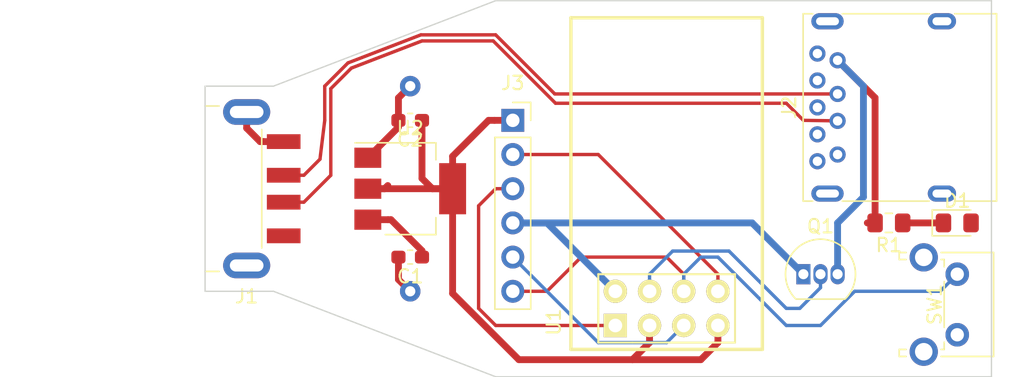
<source format=kicad_pcb>
(kicad_pcb (version 20211014) (generator pcbnew)
  (layers (0 "F.Cu" signal) (31 "B.Cu" signal) (34 "B.Paste" user) (35 "F.Paste" user) (36 "B.SilkS" user "B.Silkscreen") (37 "F.SilkS" user "F.Silkscreen") (38 "B.Mask" user) (39 "F.Mask" user) (44 "Edge.Cuts" user))
  (net 0 "")
  (net 1 "GND")
  (net 2 "VBUS")
  (net 3 "Net-(C2-Pad1)")
  (net 4 "Net-(J1-Pad3)")
  (net 5 "Net-(J1-Pad2)")
  (net 6 "Net-(J2-Pad4)")
  (net 7 "Net-(J3-Pad6)")
  (net 8 "Net-(J3-Pad5)")
  (net 9 "Net-(J3-Pad3)")
  (net 10 "Net-(J3-Pad2)")
  (net 11 "Net-(Q1-Pad2)")
  (net 12 "Net-(D1-Pad1)")
  (footprint "Capacitor_SMD:C_0603_1608Metric_Pad1.05x0.95mm_HandSolder" (layer "F.Cu") (at 147.32 99.06 180)
    (fp_text reference "C1" (at 0 -1.43) (layer "F.SilkS"))
    (fp_text value "C")
    (fp_line (start -0.171267 0.51) (end 0.171267 0.51) (layer "F.SilkS") (width 0.12))
    (fp_line (start -0.171267 -0.51) (end 0.171267 -0.51) (layer "F.SilkS") (width 0.12))
    (pad "1" smd roundrect locked (at -0.875 0 180) (size 1.05 0.95) (layers "F.Cu" "F.Paste" "F.Mask") (net 2 "VBUS"))
    (pad "2" smd roundrect locked (at 0.875 0 180) (size 1.05 0.95) (layers "F.Cu" "F.Paste" "F.Mask") (net 1 "GND"))
  )
  (footprint "Capacitor_SMD:C_0603_1608Metric_Pad1.05x0.95mm_HandSolder" (layer "F.Cu") (at 147.32 88.9 180)
    (fp_text reference "C2" (at 0 -1.43) (layer "F.SilkS"))
    (fp_text value "C")
    (fp_line (start -0.171267 0.51) (end 0.171267 0.51) (layer "F.SilkS") (width 0.12))
    (fp_line (start -0.171267 -0.51) (end 0.171267 -0.51) (layer "F.SilkS") (width 0.12))
    (pad "1" smd roundrect locked (at -0.875 0 180) (size 1.05 0.95) (layers "F.Cu" "F.Paste" "F.Mask") (net 3 "Net-(C2-Pad1)"))
    (pad "2" smd roundrect locked (at 0.875 0 180) (size 1.05 0.95) (layers "F.Cu" "F.Paste" "F.Mask") (net 1 "GND"))
  )
  (footprint "Connector_USB:USB_A_CNCTech_1001-011-01101_Horizontal" (layer "F.Cu") (at 128.27 93.98 180)
    (fp_text reference "J1" (at -6.9 -8) (layer "F.SilkS"))
    (fp_text value "USB_A")
    (fp_line (start -8.02 -4.4) (end -8.02 4.4) (layer "F.SilkS") (width 0.12))
    (fp_line (start -4.85 -6.145) (end -3.8 -6.145) (layer "F.SilkS") (width 0.12))
    (fp_line (start -4.85 6.145) (end -3.8 6.145) (layer "F.SilkS") (width 0.12))
    (pad "" np_thru_hole circle locked (at -6.9 -2.3 180) (size 1.1 1.1) (drill 1.1) (layers *.Cu *.Mask))
    (pad "" np_thru_hole circle locked (at -6.9 2.3 180) (size 1.1 1.1) (drill 1.1) (layers *.Cu *.Mask))
    (pad "1" smd rect locked (at -9.65 -3.5 180) (size 2.5 1.1) (layers "F.Cu" "F.Paste" "F.Mask") (net 2 "VBUS"))
    (pad "2" smd rect locked (at -9.65 -1 180) (size 2.5 1.1) (layers "F.Cu" "F.Paste" "F.Mask") (net 5 "Net-(J1-Pad2)"))
    (pad "3" smd rect locked (at -9.65 1 180) (size 2.5 1.1) (layers "F.Cu" "F.Paste" "F.Mask") (net 4 "Net-(J1-Pad3)"))
    (pad "4" smd rect locked (at -9.65 3.5 180) (size 2.5 1.1) (layers "F.Cu" "F.Paste" "F.Mask") (net 1 "GND"))
    (pad "5" thru_hole oval locked (at -6.9 -5.7 180) (size 3.5 1.9) (drill oval 2.5 0.9) (layers *.Cu *.Mask) (net 1 "GND"))
    (pad "5" thru_hole oval locked (at -6.9 5.7 180) (size 3.5 1.9) (drill oval 2.5 0.9) (layers *.Cu *.Mask) (net 1 "GND"))
  )
  (footprint "Connector_USB:USB3_A_Molex_48393-001" (layer "F.Cu") (at 179.07 91.44 90)
    (fp_text reference "J2" (at 3.5 -3.6 90) (layer "F.SilkS"))
    (fp_text value "USB_A")
    (fp_line (start -3.46 -2.56) (end 10.46 -2.56) (layer "F.SilkS") (width 0.12))
    (fp_line (start -3.46 11.81) (end 10.46 11.81) (layer "F.SilkS") (width 0.12))
    (fp_line (start 10.46 6.8) (end 10.46 0.35) (layer "F.SilkS") (width 0.12))
    (fp_line (start 10.46 -2.56) (end 10.46 -1.85) (layer "F.SilkS") (width 0.12))
    (fp_line (start 10.46 11.81) (end 10.46 8.7) (layer "F.SilkS") (width 0.12))
    (fp_line (start -3.46 -2.56) (end -3.46 -1.85) (layer "F.SilkS") (width 0.12))
    (fp_line (start -3.46 11.81) (end -3.46 8.7) (layer "F.SilkS") (width 0.12))
    (fp_line (start -3.46 6.8) (end -3.46 0.35) (layer "F.SilkS") (width 0.12))
    (pad "1" thru_hole circle locked (at 0 0 90) (size 1.2 1.2) (drill 0.7) (layers *.Cu *.Mask) (net 2 "VBUS"))
    (pad "2" thru_hole circle locked (at 2.5 0 90) (size 1.2 1.2) (drill 0.7) (layers *.Cu *.Mask) (net 5 "Net-(J1-Pad2)"))
    (pad "3" thru_hole circle locked (at 4.5 0 90) (size 1.2 1.2) (drill 0.7) (layers *.Cu *.Mask) (net 4 "Net-(J1-Pad3)"))
    (pad "4" thru_hole circle locked (at 7 0 90) (size 1.2 1.2) (drill 0.7) (layers *.Cu *.Mask) (net 6 "Net-(J2-Pad4)"))
    (pad "5" thru_hole circle locked (at 7.5 -1.5 90) (size 1.2 1.2) (drill 0.7) (layers *.Cu *.Mask) (net 1 "GND"))
    (pad "6" thru_hole circle locked (at 5.5 -1.5 90) (size 1.2 1.2) (drill 0.7) (layers *.Cu *.Mask))
    (pad "7" thru_hole circle locked (at 3.5 -1.5 90) (size 1.2 1.2) (drill 0.7) (layers *.Cu *.Mask))
    (pad "8" thru_hole circle locked (at 1.5 -1.5 90) (size 1.2 1.2) (drill 0.7) (layers *.Cu *.Mask))
    (pad "9" thru_hole circle locked (at -0.5 -1.5 90) (size 1.2 1.2) (drill 0.7) (layers *.Cu *.Mask))
    (pad "10" thru_hole oval locked (at 9.9 7.75 90) (size 1.2 2.1) (drill oval 0.6 1.4) (layers *.Cu *.Mask) (net 1 "GND"))
    (pad "10" thru_hole oval locked (at 9.9 -0.75 90) (size 1.2 2.4) (drill oval 0.6 1.7) (layers *.Cu *.Mask) (net 1 "GND"))
    (pad "10" thru_hole oval locked (at -2.9 7.75 90) (size 1.2 2.1) (drill oval 0.6 1.4) (layers *.Cu *.Mask) (net 1 "GND"))
    (pad "10" thru_hole oval locked (at -2.9 -0.75 90) (size 1.2 2.4) (drill oval 0.6 1.7) (layers *.Cu *.Mask) (net 1 "GND"))
  )
  (footprint "Connector_PinSocket_2.54mm:PinSocket_1x06_P2.54mm_Vertical" (layer "F.Cu") (at 154.94 88.9)
    (fp_text reference "J3" (at 0 -2.77) (layer "F.SilkS"))
    (fp_text value "Conn_01x06_Female")
    (fp_line (start -1.33 1.27) (end 1.33 1.27) (layer "F.SilkS") (width 0.12))
    (fp_line (start 1.33 -1.33) (end 1.33 0) (layer "F.SilkS") (width 0.12))
    (fp_line (start 0 -1.33) (end 1.33 -1.33) (layer "F.SilkS") (width 0.12))
    (fp_line (start -1.33 1.27) (end -1.33 14.03) (layer "F.SilkS") (width 0.12))
    (fp_line (start 1.33 1.27) (end 1.33 14.03) (layer "F.SilkS") (width 0.12))
    (fp_line (start -1.33 14.03) (end 1.33 14.03) (layer "F.SilkS") (width 0.12))
    (pad "1" thru_hole rect locked (at 0 0) (size 1.7 1.7) (drill 1) (layers *.Cu *.Mask) (net 3 "Net-(C2-Pad1)"))
    (pad "2" thru_hole oval locked (at 0 2.54) (size 1.7 1.7) (drill 1) (layers *.Cu *.Mask) (net 10 "Net-(J3-Pad2)"))
    (pad "3" thru_hole oval locked (at 0 5.08) (size 1.7 1.7) (drill 1) (layers *.Cu *.Mask) (net 9 "Net-(J3-Pad3)"))
    (pad "4" thru_hole oval locked (at 0 7.62) (size 1.7 1.7) (drill 1) (layers *.Cu *.Mask) (net 1 "GND"))
    (pad "5" thru_hole oval locked (at 0 10.16) (size 1.7 1.7) (drill 1) (layers *.Cu *.Mask) (net 8 "Net-(J3-Pad5)"))
    (pad "6" thru_hole oval locked (at 0 12.7) (size 1.7 1.7) (drill 1) (layers *.Cu *.Mask) (net 7 "Net-(J3-Pad6)"))
  )
  (footprint "Package_TO_SOT_THT:TO-92_Inline" (layer "F.Cu") (at 176.53 100.33)
    (fp_text reference "Q1" (at 1.27 -3.56) (layer "F.SilkS"))
    (fp_text value "2N7000")
    (fp_line (start -0.53 1.85) (end 3.07 1.85) (layer "F.SilkS") (width 0.12))
    (fp_arc (start 1.27 -2.6) (mid 3.672087 -0.994977) (end 3.108478 1.838478) (layer "F.SilkS") (width 0.12))
    (fp_arc (start -0.568478 1.838478) (mid -1.132087 -0.994977) (end 1.27 -2.6) (layer "F.SilkS") (width 0.12))
    (pad "1" thru_hole rect locked (at 0 0) (size 1.05 1.5) (drill 0.75) (layers *.Cu *.Mask) (net 1 "GND"))
    (pad "2" thru_hole oval locked (at 1.27 0) (size 1.05 1.5) (drill 0.75) (layers *.Cu *.Mask) (net 11 "Net-(Q1-Pad2)"))
    (pad "3" thru_hole oval locked (at 2.54 0) (size 1.05 1.5) (drill 0.75) (layers *.Cu *.Mask) (net 6 "Net-(J2-Pad4)"))
  )
  (footprint "Button_Switch_THT:SW_Tactile_SPST_Angled_PTS645Vx31-2LFS" (layer "F.Cu") (at 187.96 100.33 -90)
    (fp_text reference "SW1" (at 2.25 1.68 90) (layer "F.SilkS"))
    (fp_text value "SW_Push")
    (fp_line (start -1.09 0.97) (end -0.55 0.97) (layer "F.SilkS") (width 0.12))
    (fp_line (start -1.61 -2.7) (end -1.61 1.2) (layer "F.SilkS") (width 0.12))
    (fp_line (start -1.61 -2.7) (end 6.11 -2.7) (layer "F.SilkS") (width 0.12))
    (fp_line (start 0.55 0.97) (end 3.95 0.97) (layer "F.SilkS") (width 0.12))
    (fp_line (start 5.59 3.8) (end 5.59 4.31) (layer "F.SilkS") (width 0.12))
    (fp_line (start 5.59 0.97) (end 5.59 1.2) (layer "F.SilkS") (width 0.12))
    (fp_line (start -1.09 3.8) (end -1.09 4.31) (layer "F.SilkS") (width 0.12))
    (fp_line (start -1.61 4.31) (end -1.09 4.31) (layer "F.SilkS") (width 0.12))
    (fp_line (start 6.11 3.8) (end 6.11 4.31) (layer "F.SilkS") (width 0.12))
    (fp_line (start -1.09 0.97) (end -1.09 1.2) (layer "F.SilkS") (width 0.12))
    (fp_line (start -1.61 3.8) (end -1.61 4.31) (layer "F.SilkS") (width 0.12))
    (fp_line (start 6.11 -2.7) (end 6.11 1.2) (layer "F.SilkS") (width 0.12))
    (fp_line (start 5.05 0.97) (end 5.59 0.97) (layer "F.SilkS") (width 0.12))
    (fp_line (start 5.59 4.31) (end 6.11 4.31) (layer "F.SilkS") (width 0.12))
    (pad "" thru_hole circle locked (at 5.76 2.49 270) (size 2.1 2.1) (drill 1.3) (layers *.Cu *.Mask))
    (pad "" thru_hole circle locked (at -1.25 2.49 270) (size 2.1 2.1) (drill 1.3) (layers *.Cu *.Mask))
    (pad "1" thru_hole circle locked (at 0 0 270) (size 1.75 1.75) (drill 0.99) (layers *.Cu *.Mask) (net 7 "Net-(J3-Pad6)"))
    (pad "2" thru_hole circle locked (at 4.5 0 270) (size 1.75 1.75) (drill 0.99) (layers *.Cu *.Mask) (net 1 "GND"))
  )
  (footprint "ESP8266:ESP-01" (layer "F.Cu") (at 162.56 104.14 90)
    (fp_text reference "U1" (at 0.254 -4.572 90) (layer "F.SilkS"))
    (fp_text value "ESP-01v090")
    (fp_line (start 3.81 8.89) (end 3.81 -1.27) (layer "F.SilkS") (width 0.1524))
    (fp_line (start 1.27 -1.27) (end -1.27 -1.27) (layer "F.SilkS") (width 0.1524))
    (fp_line (start 22.86 -3.302) (end 22.86 10.922) (layer "F.SilkS") (width 0.254))
    (fp_line (start -1.778 10.922) (end -1.778 -3.302) (layer "F.SilkS") (width 0.254))
    (fp_line (start 22.86 10.922) (end -1.778 10.922) (layer "F.SilkS") (width 0.254))
    (fp_line (start 3.81 -1.27) (end 1.27 -1.27) (layer "F.SilkS") (width 0.1524))
    (fp_line (start -1.778 -3.302) (end 22.86 -3.302) (layer "F.SilkS") (width 0.254))
    (fp_line (start -1.27 8.89) (end 3.81 8.89) (layer "F.SilkS") (width 0.1524))
    (fp_line (start -1.27 1.27) (end -1.27 8.89) (layer "F.SilkS") (width 0.1524))
    (fp_line (start -1.27 -1.27) (end -1.27 1.27) (layer "F.SilkS") (width 0.1524))
    (pad "1" thru_hole rect locked (at 0 0 90) (size 1.7272 1.7272) (drill 1.016) (layers *.Cu *.Mask "F.SilkS") (net 9 "Net-(J3-Pad3)"))
    (pad "2" thru_hole oval locked (at 2.54 0 90) (size 1.7272 1.7272) (drill 1.016) (layers *.Cu *.Mask "F.SilkS") (net 1 "GND"))
    (pad "3" thru_hole oval locked (at 0 2.54 90) (size 1.7272 1.7272) (drill 1.016) (layers *.Cu *.Mask "F.SilkS") (net 3 "Net-(C2-Pad1)"))
    (pad "4" thru_hole oval locked (at 2.54 2.54 90) (size 1.7272 1.7272) (drill 1.016) (layers *.Cu *.Mask "F.SilkS") (net 11 "Net-(Q1-Pad2)"))
    (pad "5" thru_hole oval locked (at 0 5.08 90) (size 1.7272 1.7272) (drill 1.016) (layers *.Cu *.Mask "F.SilkS") (net 8 "Net-(J3-Pad5)"))
    (pad "6" thru_hole oval locked (at 2.54 5.08 90) (size 1.7272 1.7272) (drill 1.016) (layers *.Cu *.Mask "F.SilkS") (net 7 "Net-(J3-Pad6)"))
    (pad "7" thru_hole oval locked (at 0 7.62 90) (size 1.7272 1.7272) (drill 1.016) (layers *.Cu *.Mask "F.SilkS") (net 3 "Net-(C2-Pad1)"))
    (pad "8" thru_hole oval locked (at 2.54 7.62 90) (size 1.7272 1.7272) (drill 1.016) (layers *.Cu *.Mask "F.SilkS") (net 10 "Net-(J3-Pad2)"))
  )
  (footprint "Package_TO_SOT_SMD:SOT-223-3_TabPin2" (layer "F.Cu") (at 147.32 93.98)
    (fp_text reference "U2" (at 0 -4.5) (layer "F.SilkS"))
    (fp_text value "AMS1117-3.3")
    (fp_line (start -1.85 3.41) (end 1.91 3.41) (layer "F.SilkS") (width 0.12))
    (fp_line (start 1.91 -3.41) (end 1.91 -2.15) (layer "F.SilkS") (width 0.12))
    (fp_line (start 1.91 3.41) (end 1.91 2.15) (layer "F.SilkS") (width 0.12))
    (fp_line (start -4.1 -3.41) (end 1.91 -3.41) (layer "F.SilkS") (width 0.12))
    (pad "1" smd rect locked (at -3.15 -2.3) (size 2 1.5) (layers "F.Cu" "F.Paste" "F.Mask") (net 1 "GND"))
    (pad "2" smd rect locked (at -3.15 0) (size 2 1.5) (layers "F.Cu" "F.Paste" "F.Mask") (net 3 "Net-(C2-Pad1)"))
    (pad "2" smd rect locked (at 3.15 0) (size 2 3.8) (layers "F.Cu" "F.Paste" "F.Mask") (net 3 "Net-(C2-Pad1)"))
    (pad "3" smd rect locked (at -3.15 2.3) (size 2 1.5) (layers "F.Cu" "F.Paste" "F.Mask") (net 2 "VBUS"))
  )
  (footprint "LED_SMD:LED_0805_2012Metric_Pad1.15x1.40mm_HandSolder" (layer "F.Cu") (at 187.96 96.52)
    (fp_text reference "D1" (at 0 -1.65) (layer "F.SilkS"))
    (fp_text value "LED")
    (fp_line (start -1.86 -0.96) (end -1.86 0.96) (layer "F.SilkS") (width 0.12))
    (fp_line (start 1 -0.96) (end -1.86 -0.96) (layer "F.SilkS") (width 0.12))
    (fp_line (start -1.86 0.96) (end 1 0.96) (layer "F.SilkS") (width 0.12))
    (pad "1" smd roundrect locked (at -1.025 0) (size 1.15 1.4) (layers "F.Cu" "F.Paste" "F.Mask") (roundrect_rratio 0.217391) (net 12 "Net-(D1-Pad1)"))
    (pad "2" smd roundrect locked (at 1.025 0) (size 1.15 1.4) (layers "F.Cu" "F.Paste" "F.Mask") (roundrect_rratio 0.217391) (net 2 "VBUS"))
  )
  (footprint "Resistor_SMD:R_0805_2012Metric_Pad1.15x1.40mm_HandSolder" (layer "F.Cu") (at 182.88 96.52 180)
    (fp_text reference "R1" (at 0 -1.65) (layer "F.SilkS"))
    (fp_text value "R")
    (fp_line (start -0.261252 0.71) (end 0.261252 0.71) (layer "F.SilkS") (width 0.12))
    (fp_line (start -0.261252 -0.71) (end 0.261252 -0.71) (layer "F.SilkS") (width 0.12))
    (pad "1" smd roundrect locked (at -1.025 0 180) (size 1.15 1.4) (layers "F.Cu" "F.Paste" "F.Mask") (roundrect_rratio 0.217391) (net 12 "Net-(D1-Pad1)"))
    (pad "2" smd roundrect locked (at 1.025 0 180) (size 1.15 1.4) (layers "F.Cu" "F.Paste" "F.Mask") (roundrect_rratio 0.217391) (net 6 "Net-(J2-Pad4)"))
  )
  (gr_line (start 190.5 107.95) (end 190.5 80.01) (layer "Edge.Cuts") (width 0.1))
  (gr_line (start 137.16 86.36) (end 153.67 80.01) (layer "Edge.Cuts") (width 0.1))
  (gr_line (start 190.5 80.01) (end 153.67 80.01) (layer "Edge.Cuts") (width 0.1))
  (gr_line (start 190.5 107.95) (end 153.67 107.95) (layer "Edge.Cuts") (width 0.1))
  (gr_line (start 137.16 101.6) (end 132.08 101.6) (layer "Edge.Cuts") (width 0.1))
  (gr_line (start 132.08 86.36) (end 137.16 86.36) (layer "Edge.Cuts") (width 0.1))
  (gr_line (start 137.16 101.6) (end 153.67 107.95) (layer "Edge.Cuts") (width 0.1))
  (gr_line (start 132.08 101.6) (end 132.08 86.36) (layer "Edge.Cuts") (width 0.1))
  (segment (start 136.17 90.48) (end 136.42 90.48) (width 0.508) (layer "F.Cu") (net 1))
  (segment (start 146.445 100.725) (end 147.32 101.6) (width 0.508) (layer "F.Cu") (net 1))
  (segment (start 135.17 89.48) (end 136.17 90.48) (width 0.508) (layer "F.Cu") (net 1))
  (segment (start 146.445 88.9) (end 146.445 89.405) (width 0.508) (layer "F.Cu") (net 1))
  (segment (start 146.445 89.405) (end 144.17 91.68) (width 0.508) (layer "F.Cu") (net 1))
  (segment (start 136.42 90.48) (end 137.92 90.48) (width 0.508) (layer "F.Cu") (net 1))
  (segment (start 146.445 99.06) (end 146.445 100.725) (width 0.508) (layer "F.Cu") (net 1))
  (segment (start 135.17 88.28) (end 135.17 89.48) (width 0.508) (layer "F.Cu") (net 1))
  (segment (start 146.445 88.9) (end 146.445 87.235) (width 0.508) (layer "F.Cu") (net 1))
  (segment (start 146.445 87.235) (end 147.32 86.36) (width 0.508) (layer "F.Cu") (net 1))
  (via (at 147.32 86.36) (size 1.524) (drill 0.762) (layers "F.Cu" "B.Cu") (net 1))
  (via (at 147.32 101.6) (size 1.524) (drill 0.762) (layers "F.Cu" "B.Cu") (net 1))
  (segment (start 157.48 96.52) (end 154.94 96.52) (width 0.508) (layer "B.Cu") (net 1))
  (segment (start 176.53 100.33) (end 172.72 96.52) (width 0.508) (layer "B.Cu") (net 1))
  (segment (start 172.72 96.52) (end 154.94 96.52) (width 0.508) (layer "B.Cu") (net 1))
  (segment (start 162.56 101.6) (end 157.48 96.52) (width 0.508) (layer "B.Cu") (net 1))
  (segment (start 148.195 99.06) (end 148.195 98.585) (width 0.508) (layer "F.Cu") (net 2))
  (segment (start 145.678 96.28) (end 144.17 96.28) (width 0.508) (layer "F.Cu") (net 2))
  (segment (start 145.89 96.28) (end 145.678 96.28) (width 0.508) (layer "F.Cu") (net 2))
  (segment (start 148.195 98.585) (end 145.89 96.28) (width 0.508) (layer "F.Cu") (net 2))
  (segment (start 155.391157 106.68) (end 163.83 106.68) (width 0.508) (layer "F.Cu") (net 3))
  (segment (start 148.962 93.98) (end 150.47 93.98) (width 0.508) (layer "F.Cu") (net 3))
  (segment (start 145.655 93.745) (end 145.42 93.98) (width 0.508) (layer "F.Cu") (net 3))
  (segment (start 145.42 93.98) (end 144.17 93.98) (width 0.508) (layer "F.Cu") (net 3))
  (segment (start 168.91 106.68) (end 170.18 105.41) (width 0.508) (layer "F.Cu") (net 3))
  (segment (start 144.17 93.98) (end 150.47 93.98) (width 0.508) (layer "F.Cu") (net 3))
  (segment (start 150.47 93.98) (end 150.47 91.572) (width 0.508) (layer "F.Cu") (net 3))
  (segment (start 163.83 106.68) (end 168.91 106.68) (width 0.508) (layer "F.Cu") (net 3))
  (segment (start 165.1 105.41) (end 165.1 104.14) (width 0.508) (layer "F.Cu") (net 3))
  (segment (start 163.83 106.68) (end 165.1 105.41) (width 0.508) (layer "F.Cu") (net 3))
  (segment (start 153.142 88.9) (end 153.582 88.9) (width 0.508) (layer "F.Cu") (net 3))
  (segment (start 150.47 91.572) (end 153.142 88.9) (width 0.508) (layer "F.Cu") (net 3))
  (segment (start 148.195 88.9) (end 148.195 93.213) (width 0.508) (layer "F.Cu") (net 3))
  (segment (start 150.47 93.98) (end 150.47 101.758843) (width 0.508) (layer "F.Cu") (net 3))
  (segment (start 148.195 93.213) (end 148.962 93.98) (width 0.508) (layer "F.Cu") (net 3))
  (segment (start 170.18 105.41) (end 170.18 104.14) (width 0.508) (layer "F.Cu") (net 3))
  (segment (start 150.47 101.758843) (end 155.391157 106.68) (width 0.508) (layer "F.Cu") (net 3))
  (segment (start 153.582 88.9) (end 154.94 88.9) (width 0.508) (layer "F.Cu") (net 3))
  (segment (start 140.97 88.9) (end 140.616345 91.783655) (width 0.25) (layer "F.Cu") (net 4))
  (segment (start 179.07 86.94) (end 158.06 86.94) (width 0.25) (layer "F.Cu") (net 4))
  (segment (start 142.698342 84.631658) (end 140.97 86.36) (width 0.25) (layer "F.Cu") (net 4))
  (segment (start 148.110655 82.55) (end 142.698342 84.631658) (width 0.25) (layer "F.Cu") (net 4))
  (segment (start 140.97 86.36) (end 140.97 88.9) (width 0.25) (layer "F.Cu") (net 4))
  (segment (start 139.42 92.98) (end 137.92 92.98) (width 0.25) (layer "F.Cu") (net 4))
  (segment (start 153.67 82.55) (end 148.110655 82.55) (width 0.25) (layer "F.Cu") (net 4))
  (segment (start 158.06 86.94) (end 153.67 82.55) (width 0.25) (layer "F.Cu") (net 4))
  (segment (start 140.616345 91.783655) (end 139.42 92.98) (width 0.25) (layer "F.Cu") (net 4))
  (segment (start 141.42001 92.97999) (end 139.42 94.98) (width 0.25) (layer "F.Cu") (net 5))
  (segment (start 175.26 87.63) (end 158.11359 87.63) (width 0.25) (layer "F.Cu") (net 5))
  (segment (start 148.194211 83.00001) (end 142.949022 85.017388) (width 0.25) (layer "F.Cu") (net 5))
  (segment (start 142.949022 85.017388) (end 141.42001 86.5464) (width 0.25) (layer "F.Cu") (net 5))
  (segment (start 153.4836 83.00001) (end 148.194211 83.00001) (width 0.25) (layer "F.Cu") (net 5))
  (segment (start 139.42 94.98) (end 137.92 94.98) (width 0.25) (layer "F.Cu") (net 5))
  (segment (start 141.42001 86.5464) (end 141.42001 92.97999) (width 0.25) (layer "F.Cu") (net 5))
  (segment (start 179.07 88.94) (end 176.53 88.9) (width 0.25) (layer "F.Cu") (net 5))
  (segment (start 158.11359 87.63) (end 153.4836 83.00001) (width 0.25) (layer "F.Cu") (net 5))
  (segment (start 176.53 88.9) (end 175.26 87.63) (width 0.25) (layer "F.Cu") (net 5))
  (segment (start 181.28 96.52) (end 181.855 96.52) (width 0.508) (layer "F.Cu") (net 6))
  (segment (start 181.855 87.225) (end 179.07 84.44) (width 0.508) (layer "F.Cu") (net 6))
  (segment (start 181.855 96.52) (end 181.855 87.225) (width 0.508) (layer "F.Cu") (net 6))
  (segment (start 180.99 94.6) (end 179.07 96.52) (width 0.508) (layer "B.Cu") (net 6))
  (segment (start 179.07 84.44) (end 180.99 86.36) (width 0.508) (layer "B.Cu") (net 6))
  (segment (start 179.07 96.52) (end 179.07 100.33) (width 0.508) (layer "B.Cu") (net 6))
  (segment (start 180.99 86.36) (end 180.99 94.6) (width 0.508) (layer "B.Cu") (net 6))
  (segment (start 157.48 101.6) (end 154.94 101.6) (width 0.25) (layer "F.Cu") (net 7))
  (segment (start 167.64 100.33) (end 166.37 99.06) (width 0.25) (layer "F.Cu") (net 7))
  (segment (start 167.64 101.6) (end 167.64 100.33) (width 0.25) (layer "F.Cu") (net 7))
  (segment (start 166.37 99.06) (end 160.02 99.06) (width 0.25) (layer "F.Cu") (net 7))
  (segment (start 160.02 99.06) (end 157.48 101.6) (width 0.25) (layer "F.Cu") (net 7))
  (segment (start 187.96 100.33) (end 186.69 101.6) (width 0.25) (layer "B.Cu") (net 7))
  (segment (start 177.8 104.14) (end 175.26 104.14) (width 0.25) (layer "B.Cu") (net 7))
  (segment (start 186.69 101.6) (end 180.34 101.6) (width 0.25) (layer "B.Cu") (net 7))
  (segment (start 175.26 104.14) (end 170.18 99.06) (width 0.25) (layer "B.Cu") (net 7))
  (segment (start 180.34 101.6) (end 177.8 104.14) (width 0.25) (layer "B.Cu") (net 7))
  (segment (start 168.91 99.06) (end 167.64 100.33) (width 0.25) (layer "B.Cu") (net 7))
  (segment (start 167.64 100.33) (end 167.64 101.6) (width 0.25) (layer "B.Cu") (net 7))
  (segment (start 170.18 99.06) (end 168.91 99.06) (width 0.25) (layer "B.Cu") (net 7))
  (segment (start 154.94 99.06) (end 161.29 105.41) (width 0.25) (layer "B.Cu") (net 8))
  (segment (start 166.37 105.41) (end 167.64 104.14) (width 0.25) (layer "B.Cu") (net 8))
  (segment (start 161.29 105.41) (end 166.37 105.41) (width 0.25) (layer "B.Cu") (net 8))
  (segment (start 153.67 93.98) (end 154.94 93.98) (width 0.25) (layer "F.Cu") (net 9))
  (segment (start 153.67 104.14) (end 152.4 102.87) (width 0.25) (layer "F.Cu") (net 9))
  (segment (start 162.56 104.14) (end 153.67 104.14) (width 0.25) (layer "F.Cu") (net 9))
  (segment (start 152.4 102.87) (end 152.4 95.25) (width 0.25) (layer "F.Cu") (net 9))
  (segment (start 152.4 95.25) (end 153.67 93.98) (width 0.25) (layer "F.Cu") (net 9))
  (segment (start 161.29 91.44) (end 154.94 91.44) (width 0.25) (layer "F.Cu") (net 10))
  (segment (start 170.18 100.33) (end 161.29 91.44) (width 0.25) (layer "F.Cu") (net 10))
  (segment (start 170.18 101.6) (end 170.18 100.33) (width 0.25) (layer "F.Cu") (net 10))
  (segment (start 166.820009 98.609991) (end 165.1 100.33) (width 0.25) (layer "B.Cu") (net 11))
  (segment (start 177.8 100.33) (end 177.8 101.33) (width 0.25) (layer "B.Cu") (net 11))
  (segment (start 177.8 101.33) (end 176.26 102.87) (width 0.25) (layer "B.Cu") (net 11))
  (segment (start 176.26 102.87) (end 175.26 102.87) (width 0.25) (layer "B.Cu") (net 11))
  (segment (start 170.999991 98.609991) (end 166.820009 98.609991) (width 0.25) (layer "B.Cu") (net 11))
  (segment (start 175.26 102.87) (end 170.999991 98.609991) (width 0.25) (layer "B.Cu") (net 11))
  (segment (start 165.1 100.33) (end 165.1 101.6) (width 0.25) (layer "B.Cu") (net 11))
  (segment (start 186.935 96.52) (end 183.905 96.52) (width 0.508) (layer "F.Cu") (net 12))
)
</source>
